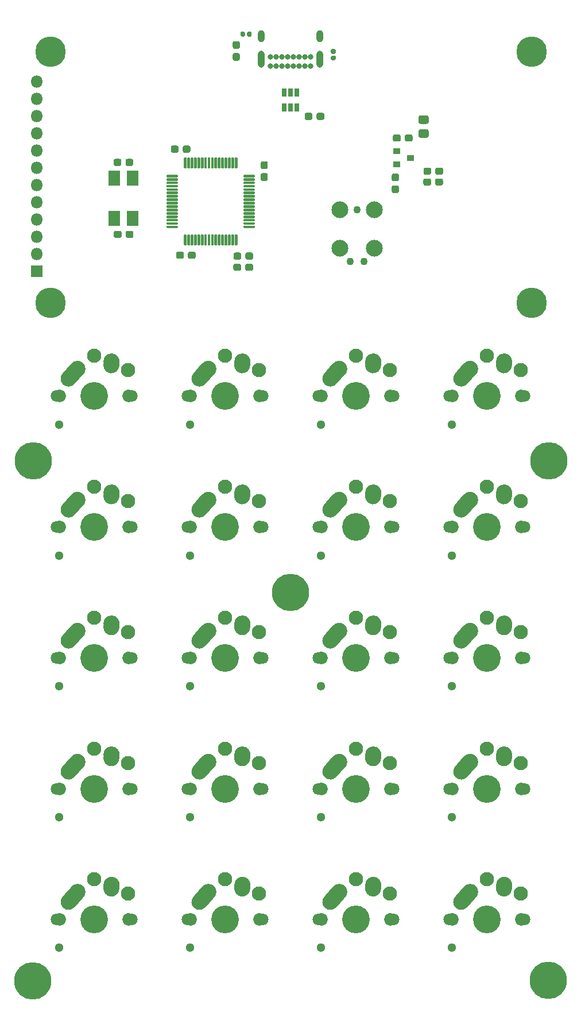
<source format=gbr>
%TF.GenerationSoftware,KiCad,Pcbnew,(5.1.6)-1*%
%TF.CreationDate,2020-12-15T22:49:58+02:00*%
%TF.ProjectId,macropad,6d616372-6f70-4616-942e-6b696361645f,rev?*%
%TF.SameCoordinates,Original*%
%TF.FileFunction,Soldermask,Top*%
%TF.FilePolarity,Negative*%
%FSLAX46Y46*%
G04 Gerber Fmt 4.6, Leading zero omitted, Abs format (unit mm)*
G04 Created by KiCad (PCBNEW (5.1.6)-1) date 2020-12-15 22:49:58*
%MOMM*%
%LPD*%
G01*
G04 APERTURE LIST*
%ADD10R,1.800000X1.800000*%
%ADD11O,1.800000X1.800000*%
%ADD12C,1.300000*%
%ADD13C,1.800000*%
%ADD14C,2.100000*%
%ADD15C,1.850000*%
%ADD16C,2.350000*%
%ADD17C,4.087800*%
%ADD18C,0.900000*%
%ADD19C,5.500000*%
%ADD20C,0.800000*%
%ADD21C,4.500000*%
%ADD22O,1.000000X2.500000*%
%ADD23O,1.000000X1.800000*%
%ADD24C,1.090600*%
%ADD25C,2.474900*%
%ADD26R,1.000000X0.900000*%
%ADD27R,0.750000X1.160000*%
%ADD28R,1.800000X2.200000*%
G04 APERTURE END LIST*
D10*
%TO.C,J3*%
X81900000Y-74050000D03*
D11*
X81900000Y-71510000D03*
X81900000Y-68970000D03*
X81900000Y-66430000D03*
X81900000Y-63890000D03*
X81900000Y-61350000D03*
X81900000Y-58810000D03*
X81900000Y-56270000D03*
X81900000Y-53730000D03*
X81900000Y-51190000D03*
X81900000Y-48650000D03*
X81900000Y-46110000D03*
%TD*%
D12*
%TO.C,SW2*%
X104480000Y-96600000D03*
D13*
X115200000Y-92400000D03*
X104200000Y-92400000D03*
D14*
X109700000Y-86500000D03*
X114700000Y-88600000D03*
D15*
X114780000Y-92400000D03*
X104620000Y-92400000D03*
D16*
X107200000Y-88400000D03*
D17*
X109700000Y-92400000D03*
G36*
G01*
X105105296Y-90734566D02*
X105105297Y-90734566D01*
G75*
G02*
X105015434Y-89075297I784703J874566D01*
G01*
X106325424Y-87615289D01*
G75*
G02*
X107984693Y-87525426I874566J-784703D01*
G01*
X107984693Y-87525426D01*
G75*
G02*
X108074556Y-89184695I-784703J-874566D01*
G01*
X106764566Y-90644703D01*
G75*
G02*
X105105297Y-90734566I-874566J784703D01*
G01*
G37*
D16*
X112240000Y-87320000D03*
G36*
G01*
X112120082Y-89072279D02*
X112120082Y-89072279D01*
G75*
G02*
X111027721Y-87820082I79918J1172279D01*
G01*
X111067263Y-87240050D01*
G75*
G02*
X112319460Y-86147689I1172279J-79918D01*
G01*
X112319460Y-86147689D01*
G75*
G02*
X113411821Y-87399886I-79918J-1172279D01*
G01*
X113372279Y-87979918D01*
G75*
G02*
X112120082Y-89072279I-1172279J79918D01*
G01*
G37*
%TD*%
D18*
%TO.C,H9*%
X158781891Y-177118109D03*
X157350000Y-176525000D03*
X155918109Y-177118109D03*
X155325000Y-178550000D03*
X155918109Y-179981891D03*
X157350000Y-180575000D03*
X158781891Y-179981891D03*
X159375000Y-178550000D03*
D19*
X157350000Y-178550000D03*
%TD*%
D20*
%TO.C,H4*%
X156066726Y-77533274D03*
X154900000Y-77050000D03*
X153733274Y-77533274D03*
X153250000Y-78700000D03*
X153733274Y-79866726D03*
X154900000Y-80350000D03*
X156066726Y-79866726D03*
X156550000Y-78700000D03*
D21*
X154900000Y-78700000D03*
%TD*%
D20*
%TO.C,H3*%
X85066726Y-77533274D03*
X83900000Y-77050000D03*
X82733274Y-77533274D03*
X82250000Y-78700000D03*
X82733274Y-79866726D03*
X83900000Y-80350000D03*
X85066726Y-79866726D03*
X85550000Y-78700000D03*
D21*
X83900000Y-78700000D03*
%TD*%
D20*
%TO.C,H2*%
X156066726Y-40533274D03*
X154900000Y-40050000D03*
X153733274Y-40533274D03*
X153250000Y-41700000D03*
X153733274Y-42866726D03*
X154900000Y-43350000D03*
X156066726Y-42866726D03*
X156550000Y-41700000D03*
D21*
X154900000Y-41700000D03*
%TD*%
D20*
%TO.C,H1*%
X85066726Y-40533274D03*
X83900000Y-40050000D03*
X82733274Y-40533274D03*
X82250000Y-41700000D03*
X82733274Y-42866726D03*
X83900000Y-43350000D03*
X85066726Y-42866726D03*
X85550000Y-41700000D03*
D21*
X83900000Y-41700000D03*
%TD*%
%TO.C,FB1*%
G36*
G01*
X139428262Y-54365000D02*
X138471738Y-54365000D01*
G75*
G02*
X138200000Y-54093262I0J271738D01*
G01*
X138200000Y-53386738D01*
G75*
G02*
X138471738Y-53115000I271738J0D01*
G01*
X139428262Y-53115000D01*
G75*
G02*
X139700000Y-53386738I0J-271738D01*
G01*
X139700000Y-54093262D01*
G75*
G02*
X139428262Y-54365000I-271738J0D01*
G01*
G37*
G36*
G01*
X139428262Y-52315000D02*
X138471738Y-52315000D01*
G75*
G02*
X138200000Y-52043262I0J271738D01*
G01*
X138200000Y-51336738D01*
G75*
G02*
X138471738Y-51065000I271738J0D01*
G01*
X139428262Y-51065000D01*
G75*
G02*
X139700000Y-51336738I0J-271738D01*
G01*
X139700000Y-52043262D01*
G75*
G02*
X139428262Y-52315000I-271738J0D01*
G01*
G37*
%TD*%
D19*
%TO.C,H5*%
X81400000Y-102000000D03*
D18*
X83425000Y-102000000D03*
X82831891Y-103431891D03*
X81400000Y-104025000D03*
X79968109Y-103431891D03*
X79375000Y-102000000D03*
X79968109Y-100568109D03*
X81400000Y-99975000D03*
X82831891Y-100568109D03*
%TD*%
D19*
%TO.C,H6*%
X157400000Y-102000000D03*
D18*
X159425000Y-102000000D03*
X158831891Y-103431891D03*
X157400000Y-104025000D03*
X155968109Y-103431891D03*
X155375000Y-102000000D03*
X155968109Y-100568109D03*
X157400000Y-99975000D03*
X158831891Y-100568109D03*
%TD*%
%TO.C,H7*%
X120781891Y-119943109D03*
X119350000Y-119350000D03*
X117918109Y-119943109D03*
X117325000Y-121375000D03*
X117918109Y-122806891D03*
X119350000Y-123400000D03*
X120781891Y-122806891D03*
X121375000Y-121375000D03*
D19*
X119350000Y-121375000D03*
%TD*%
D18*
%TO.C,H8*%
X82706891Y-177168109D03*
X81275000Y-176575000D03*
X79843109Y-177168109D03*
X79250000Y-178600000D03*
X79843109Y-180031891D03*
X81275000Y-180625000D03*
X82706891Y-180031891D03*
X83300000Y-178600000D03*
D19*
X81275000Y-178600000D03*
%TD*%
D20*
%TO.C,J1*%
X122300000Y-43800000D03*
X121450000Y-43800000D03*
X120600000Y-43800000D03*
X119750000Y-43800000D03*
X118900000Y-43800000D03*
X118050000Y-43800000D03*
X117200000Y-43800000D03*
X116350000Y-43800000D03*
X121450000Y-42450000D03*
X119750000Y-42450000D03*
X120600000Y-42450000D03*
X122300000Y-42450000D03*
X118050000Y-42450000D03*
X117200000Y-42450000D03*
X116350000Y-42450000D03*
X118900000Y-42450000D03*
D22*
X123650000Y-42820000D03*
X115000000Y-42820000D03*
D23*
X123650000Y-39440000D03*
X115000000Y-39440000D03*
%TD*%
D24*
%TO.C,J2*%
X128134000Y-72560000D03*
X130166000Y-72560000D03*
X129150000Y-64940000D03*
D25*
X126610000Y-64940000D03*
X131690000Y-64940000D03*
X131690000Y-70655000D03*
X126610000Y-70655000D03*
%TD*%
%TO.C,LED1*%
G36*
G01*
X141830000Y-59022500D02*
X141830000Y-59547500D01*
G75*
G02*
X141567500Y-59810000I-262500J0D01*
G01*
X140942500Y-59810000D01*
G75*
G02*
X140680000Y-59547500I0J262500D01*
G01*
X140680000Y-59022500D01*
G75*
G02*
X140942500Y-58760000I262500J0D01*
G01*
X141567500Y-58760000D01*
G75*
G02*
X141830000Y-59022500I0J-262500D01*
G01*
G37*
G36*
G01*
X140080000Y-59022500D02*
X140080000Y-59547500D01*
G75*
G02*
X139817500Y-59810000I-262500J0D01*
G01*
X139192500Y-59810000D01*
G75*
G02*
X138930000Y-59547500I0J262500D01*
G01*
X138930000Y-59022500D01*
G75*
G02*
X139192500Y-58760000I262500J0D01*
G01*
X139817500Y-58760000D01*
G75*
G02*
X140080000Y-59022500I0J-262500D01*
G01*
G37*
%TD*%
%TO.C,SW1*%
G36*
G01*
X92820082Y-89072279D02*
X92820082Y-89072279D01*
G75*
G02*
X91727721Y-87820082I79918J1172279D01*
G01*
X91767263Y-87240050D01*
G75*
G02*
X93019460Y-86147689I1172279J-79918D01*
G01*
X93019460Y-86147689D01*
G75*
G02*
X94111821Y-87399886I-79918J-1172279D01*
G01*
X94072279Y-87979918D01*
G75*
G02*
X92820082Y-89072279I-1172279J79918D01*
G01*
G37*
D16*
X92940000Y-87320000D03*
G36*
G01*
X85805296Y-90734566D02*
X85805297Y-90734566D01*
G75*
G02*
X85715434Y-89075297I784703J874566D01*
G01*
X87025424Y-87615289D01*
G75*
G02*
X88684693Y-87525426I874566J-784703D01*
G01*
X88684693Y-87525426D01*
G75*
G02*
X88774556Y-89184695I-784703J-874566D01*
G01*
X87464566Y-90644703D01*
G75*
G02*
X85805297Y-90734566I-874566J784703D01*
G01*
G37*
D17*
X90400000Y-92400000D03*
D16*
X87900000Y-88400000D03*
D15*
X85320000Y-92400000D03*
X95480000Y-92400000D03*
D14*
X95400000Y-88600000D03*
X90400000Y-86500000D03*
D13*
X84900000Y-92400000D03*
X95900000Y-92400000D03*
D12*
X85180000Y-96600000D03*
%TD*%
%TO.C,SW3*%
X123780000Y-96600000D03*
D13*
X134500000Y-92400000D03*
X123500000Y-92400000D03*
D14*
X129000000Y-86500000D03*
X134000000Y-88600000D03*
D15*
X134080000Y-92400000D03*
X123920000Y-92400000D03*
D16*
X126500000Y-88400000D03*
D17*
X129000000Y-92400000D03*
G36*
G01*
X124405296Y-90734566D02*
X124405297Y-90734566D01*
G75*
G02*
X124315434Y-89075297I784703J874566D01*
G01*
X125625424Y-87615289D01*
G75*
G02*
X127284693Y-87525426I874566J-784703D01*
G01*
X127284693Y-87525426D01*
G75*
G02*
X127374556Y-89184695I-784703J-874566D01*
G01*
X126064566Y-90644703D01*
G75*
G02*
X124405297Y-90734566I-874566J784703D01*
G01*
G37*
D16*
X131540000Y-87320000D03*
G36*
G01*
X131420082Y-89072279D02*
X131420082Y-89072279D01*
G75*
G02*
X130327721Y-87820082I79918J1172279D01*
G01*
X130367263Y-87240050D01*
G75*
G02*
X131619460Y-86147689I1172279J-79918D01*
G01*
X131619460Y-86147689D01*
G75*
G02*
X132711821Y-87399886I-79918J-1172279D01*
G01*
X132672279Y-87979918D01*
G75*
G02*
X131420082Y-89072279I-1172279J79918D01*
G01*
G37*
%TD*%
%TO.C,SW4*%
G36*
G01*
X150720082Y-89072279D02*
X150720082Y-89072279D01*
G75*
G02*
X149627721Y-87820082I79918J1172279D01*
G01*
X149667263Y-87240050D01*
G75*
G02*
X150919460Y-86147689I1172279J-79918D01*
G01*
X150919460Y-86147689D01*
G75*
G02*
X152011821Y-87399886I-79918J-1172279D01*
G01*
X151972279Y-87979918D01*
G75*
G02*
X150720082Y-89072279I-1172279J79918D01*
G01*
G37*
X150840000Y-87320000D03*
G36*
G01*
X143705296Y-90734566D02*
X143705297Y-90734566D01*
G75*
G02*
X143615434Y-89075297I784703J874566D01*
G01*
X144925424Y-87615289D01*
G75*
G02*
X146584693Y-87525426I874566J-784703D01*
G01*
X146584693Y-87525426D01*
G75*
G02*
X146674556Y-89184695I-784703J-874566D01*
G01*
X145364566Y-90644703D01*
G75*
G02*
X143705297Y-90734566I-874566J784703D01*
G01*
G37*
D17*
X148300000Y-92400000D03*
D16*
X145800000Y-88400000D03*
D15*
X143220000Y-92400000D03*
X153380000Y-92400000D03*
D14*
X153300000Y-88600000D03*
X148300000Y-86500000D03*
D13*
X142800000Y-92400000D03*
X153800000Y-92400000D03*
D12*
X143080000Y-96600000D03*
%TD*%
%TO.C,SW5*%
X85180000Y-115900000D03*
D13*
X95900000Y-111700000D03*
X84900000Y-111700000D03*
D14*
X90400000Y-105800000D03*
X95400000Y-107900000D03*
D15*
X95480000Y-111700000D03*
X85320000Y-111700000D03*
D16*
X87900000Y-107700000D03*
D17*
X90400000Y-111700000D03*
G36*
G01*
X85805296Y-110034566D02*
X85805297Y-110034566D01*
G75*
G02*
X85715434Y-108375297I784703J874566D01*
G01*
X87025424Y-106915289D01*
G75*
G02*
X88684693Y-106825426I874566J-784703D01*
G01*
X88684693Y-106825426D01*
G75*
G02*
X88774556Y-108484695I-784703J-874566D01*
G01*
X87464566Y-109944703D01*
G75*
G02*
X85805297Y-110034566I-874566J784703D01*
G01*
G37*
D16*
X92940000Y-106620000D03*
G36*
G01*
X92820082Y-108372279D02*
X92820082Y-108372279D01*
G75*
G02*
X91727721Y-107120082I79918J1172279D01*
G01*
X91767263Y-106540050D01*
G75*
G02*
X93019460Y-105447689I1172279J-79918D01*
G01*
X93019460Y-105447689D01*
G75*
G02*
X94111821Y-106699886I-79918J-1172279D01*
G01*
X94072279Y-107279918D01*
G75*
G02*
X92820082Y-108372279I-1172279J79918D01*
G01*
G37*
%TD*%
%TO.C,SW6*%
G36*
G01*
X112120082Y-108372279D02*
X112120082Y-108372279D01*
G75*
G02*
X111027721Y-107120082I79918J1172279D01*
G01*
X111067263Y-106540050D01*
G75*
G02*
X112319460Y-105447689I1172279J-79918D01*
G01*
X112319460Y-105447689D01*
G75*
G02*
X113411821Y-106699886I-79918J-1172279D01*
G01*
X113372279Y-107279918D01*
G75*
G02*
X112120082Y-108372279I-1172279J79918D01*
G01*
G37*
X112240000Y-106620000D03*
G36*
G01*
X105105296Y-110034566D02*
X105105297Y-110034566D01*
G75*
G02*
X105015434Y-108375297I784703J874566D01*
G01*
X106325424Y-106915289D01*
G75*
G02*
X107984693Y-106825426I874566J-784703D01*
G01*
X107984693Y-106825426D01*
G75*
G02*
X108074556Y-108484695I-784703J-874566D01*
G01*
X106764566Y-109944703D01*
G75*
G02*
X105105297Y-110034566I-874566J784703D01*
G01*
G37*
D17*
X109700000Y-111700000D03*
D16*
X107200000Y-107700000D03*
D15*
X104620000Y-111700000D03*
X114780000Y-111700000D03*
D14*
X114700000Y-107900000D03*
X109700000Y-105800000D03*
D13*
X104200000Y-111700000D03*
X115200000Y-111700000D03*
D12*
X104480000Y-115900000D03*
%TD*%
%TO.C,SW7*%
G36*
G01*
X131420082Y-108372279D02*
X131420082Y-108372279D01*
G75*
G02*
X130327721Y-107120082I79918J1172279D01*
G01*
X130367263Y-106540050D01*
G75*
G02*
X131619460Y-105447689I1172279J-79918D01*
G01*
X131619460Y-105447689D01*
G75*
G02*
X132711821Y-106699886I-79918J-1172279D01*
G01*
X132672279Y-107279918D01*
G75*
G02*
X131420082Y-108372279I-1172279J79918D01*
G01*
G37*
D16*
X131540000Y-106620000D03*
G36*
G01*
X124405296Y-110034566D02*
X124405297Y-110034566D01*
G75*
G02*
X124315434Y-108375297I784703J874566D01*
G01*
X125625424Y-106915289D01*
G75*
G02*
X127284693Y-106825426I874566J-784703D01*
G01*
X127284693Y-106825426D01*
G75*
G02*
X127374556Y-108484695I-784703J-874566D01*
G01*
X126064566Y-109944703D01*
G75*
G02*
X124405297Y-110034566I-874566J784703D01*
G01*
G37*
D17*
X129000000Y-111700000D03*
D16*
X126500000Y-107700000D03*
D15*
X123920000Y-111700000D03*
X134080000Y-111700000D03*
D14*
X134000000Y-107900000D03*
X129000000Y-105800000D03*
D13*
X123500000Y-111700000D03*
X134500000Y-111700000D03*
D12*
X123780000Y-115900000D03*
%TD*%
%TO.C,SW8*%
X143080000Y-115900000D03*
D13*
X153800000Y-111700000D03*
X142800000Y-111700000D03*
D14*
X148300000Y-105800000D03*
X153300000Y-107900000D03*
D15*
X153380000Y-111700000D03*
X143220000Y-111700000D03*
D16*
X145800000Y-107700000D03*
D17*
X148300000Y-111700000D03*
G36*
G01*
X143705296Y-110034566D02*
X143705297Y-110034566D01*
G75*
G02*
X143615434Y-108375297I784703J874566D01*
G01*
X144925424Y-106915289D01*
G75*
G02*
X146584693Y-106825426I874566J-784703D01*
G01*
X146584693Y-106825426D01*
G75*
G02*
X146674556Y-108484695I-784703J-874566D01*
G01*
X145364566Y-109944703D01*
G75*
G02*
X143705297Y-110034566I-874566J784703D01*
G01*
G37*
D16*
X150840000Y-106620000D03*
G36*
G01*
X150720082Y-108372279D02*
X150720082Y-108372279D01*
G75*
G02*
X149627721Y-107120082I79918J1172279D01*
G01*
X149667263Y-106540050D01*
G75*
G02*
X150919460Y-105447689I1172279J-79918D01*
G01*
X150919460Y-105447689D01*
G75*
G02*
X152011821Y-106699886I-79918J-1172279D01*
G01*
X151972279Y-107279918D01*
G75*
G02*
X150720082Y-108372279I-1172279J79918D01*
G01*
G37*
%TD*%
D12*
%TO.C,SW9*%
X85180000Y-135200000D03*
D13*
X95900000Y-131000000D03*
X84900000Y-131000000D03*
D14*
X90400000Y-125100000D03*
X95400000Y-127200000D03*
D15*
X95480000Y-131000000D03*
X85320000Y-131000000D03*
D16*
X87900000Y-127000000D03*
D17*
X90400000Y-131000000D03*
G36*
G01*
X85805296Y-129334566D02*
X85805297Y-129334566D01*
G75*
G02*
X85715434Y-127675297I784703J874566D01*
G01*
X87025424Y-126215289D01*
G75*
G02*
X88684693Y-126125426I874566J-784703D01*
G01*
X88684693Y-126125426D01*
G75*
G02*
X88774556Y-127784695I-784703J-874566D01*
G01*
X87464566Y-129244703D01*
G75*
G02*
X85805297Y-129334566I-874566J784703D01*
G01*
G37*
D16*
X92940000Y-125920000D03*
G36*
G01*
X92820082Y-127672279D02*
X92820082Y-127672279D01*
G75*
G02*
X91727721Y-126420082I79918J1172279D01*
G01*
X91767263Y-125840050D01*
G75*
G02*
X93019460Y-124747689I1172279J-79918D01*
G01*
X93019460Y-124747689D01*
G75*
G02*
X94111821Y-125999886I-79918J-1172279D01*
G01*
X94072279Y-126579918D01*
G75*
G02*
X92820082Y-127672279I-1172279J79918D01*
G01*
G37*
%TD*%
D12*
%TO.C,SW10*%
X104480000Y-135200000D03*
D13*
X115200000Y-131000000D03*
X104200000Y-131000000D03*
D14*
X109700000Y-125100000D03*
X114700000Y-127200000D03*
D15*
X114780000Y-131000000D03*
X104620000Y-131000000D03*
D16*
X107200000Y-127000000D03*
D17*
X109700000Y-131000000D03*
G36*
G01*
X105105296Y-129334566D02*
X105105297Y-129334566D01*
G75*
G02*
X105015434Y-127675297I784703J874566D01*
G01*
X106325424Y-126215289D01*
G75*
G02*
X107984693Y-126125426I874566J-784703D01*
G01*
X107984693Y-126125426D01*
G75*
G02*
X108074556Y-127784695I-784703J-874566D01*
G01*
X106764566Y-129244703D01*
G75*
G02*
X105105297Y-129334566I-874566J784703D01*
G01*
G37*
D16*
X112240000Y-125920000D03*
G36*
G01*
X112120082Y-127672279D02*
X112120082Y-127672279D01*
G75*
G02*
X111027721Y-126420082I79918J1172279D01*
G01*
X111067263Y-125840050D01*
G75*
G02*
X112319460Y-124747689I1172279J-79918D01*
G01*
X112319460Y-124747689D01*
G75*
G02*
X113411821Y-125999886I-79918J-1172279D01*
G01*
X113372279Y-126579918D01*
G75*
G02*
X112120082Y-127672279I-1172279J79918D01*
G01*
G37*
%TD*%
D12*
%TO.C,SW11*%
X123780000Y-135200000D03*
D13*
X134500000Y-131000000D03*
X123500000Y-131000000D03*
D14*
X129000000Y-125100000D03*
X134000000Y-127200000D03*
D15*
X134080000Y-131000000D03*
X123920000Y-131000000D03*
D16*
X126500000Y-127000000D03*
D17*
X129000000Y-131000000D03*
G36*
G01*
X124405296Y-129334566D02*
X124405297Y-129334566D01*
G75*
G02*
X124315434Y-127675297I784703J874566D01*
G01*
X125625424Y-126215289D01*
G75*
G02*
X127284693Y-126125426I874566J-784703D01*
G01*
X127284693Y-126125426D01*
G75*
G02*
X127374556Y-127784695I-784703J-874566D01*
G01*
X126064566Y-129244703D01*
G75*
G02*
X124405297Y-129334566I-874566J784703D01*
G01*
G37*
D16*
X131540000Y-125920000D03*
G36*
G01*
X131420082Y-127672279D02*
X131420082Y-127672279D01*
G75*
G02*
X130327721Y-126420082I79918J1172279D01*
G01*
X130367263Y-125840050D01*
G75*
G02*
X131619460Y-124747689I1172279J-79918D01*
G01*
X131619460Y-124747689D01*
G75*
G02*
X132711821Y-125999886I-79918J-1172279D01*
G01*
X132672279Y-126579918D01*
G75*
G02*
X131420082Y-127672279I-1172279J79918D01*
G01*
G37*
%TD*%
%TO.C,SW12*%
G36*
G01*
X150720082Y-127672279D02*
X150720082Y-127672279D01*
G75*
G02*
X149627721Y-126420082I79918J1172279D01*
G01*
X149667263Y-125840050D01*
G75*
G02*
X150919460Y-124747689I1172279J-79918D01*
G01*
X150919460Y-124747689D01*
G75*
G02*
X152011821Y-125999886I-79918J-1172279D01*
G01*
X151972279Y-126579918D01*
G75*
G02*
X150720082Y-127672279I-1172279J79918D01*
G01*
G37*
X150840000Y-125920000D03*
G36*
G01*
X143705296Y-129334566D02*
X143705297Y-129334566D01*
G75*
G02*
X143615434Y-127675297I784703J874566D01*
G01*
X144925424Y-126215289D01*
G75*
G02*
X146584693Y-126125426I874566J-784703D01*
G01*
X146584693Y-126125426D01*
G75*
G02*
X146674556Y-127784695I-784703J-874566D01*
G01*
X145364566Y-129244703D01*
G75*
G02*
X143705297Y-129334566I-874566J784703D01*
G01*
G37*
D17*
X148300000Y-131000000D03*
D16*
X145800000Y-127000000D03*
D15*
X143220000Y-131000000D03*
X153380000Y-131000000D03*
D14*
X153300000Y-127200000D03*
X148300000Y-125100000D03*
D13*
X142800000Y-131000000D03*
X153800000Y-131000000D03*
D12*
X143080000Y-135200000D03*
%TD*%
%TO.C,SW13*%
G36*
G01*
X92820082Y-146972279D02*
X92820082Y-146972279D01*
G75*
G02*
X91727721Y-145720082I79918J1172279D01*
G01*
X91767263Y-145140050D01*
G75*
G02*
X93019460Y-144047689I1172279J-79918D01*
G01*
X93019460Y-144047689D01*
G75*
G02*
X94111821Y-145299886I-79918J-1172279D01*
G01*
X94072279Y-145879918D01*
G75*
G02*
X92820082Y-146972279I-1172279J79918D01*
G01*
G37*
D16*
X92940000Y-145220000D03*
G36*
G01*
X85805296Y-148634566D02*
X85805297Y-148634566D01*
G75*
G02*
X85715434Y-146975297I784703J874566D01*
G01*
X87025424Y-145515289D01*
G75*
G02*
X88684693Y-145425426I874566J-784703D01*
G01*
X88684693Y-145425426D01*
G75*
G02*
X88774556Y-147084695I-784703J-874566D01*
G01*
X87464566Y-148544703D01*
G75*
G02*
X85805297Y-148634566I-874566J784703D01*
G01*
G37*
D17*
X90400000Y-150300000D03*
D16*
X87900000Y-146300000D03*
D15*
X85320000Y-150300000D03*
X95480000Y-150300000D03*
D14*
X95400000Y-146500000D03*
X90400000Y-144400000D03*
D13*
X84900000Y-150300000D03*
X95900000Y-150300000D03*
D12*
X85180000Y-154500000D03*
%TD*%
%TO.C,SW14*%
G36*
G01*
X112120082Y-146972279D02*
X112120082Y-146972279D01*
G75*
G02*
X111027721Y-145720082I79918J1172279D01*
G01*
X111067263Y-145140050D01*
G75*
G02*
X112319460Y-144047689I1172279J-79918D01*
G01*
X112319460Y-144047689D01*
G75*
G02*
X113411821Y-145299886I-79918J-1172279D01*
G01*
X113372279Y-145879918D01*
G75*
G02*
X112120082Y-146972279I-1172279J79918D01*
G01*
G37*
D16*
X112240000Y-145220000D03*
G36*
G01*
X105105296Y-148634566D02*
X105105297Y-148634566D01*
G75*
G02*
X105015434Y-146975297I784703J874566D01*
G01*
X106325424Y-145515289D01*
G75*
G02*
X107984693Y-145425426I874566J-784703D01*
G01*
X107984693Y-145425426D01*
G75*
G02*
X108074556Y-147084695I-784703J-874566D01*
G01*
X106764566Y-148544703D01*
G75*
G02*
X105105297Y-148634566I-874566J784703D01*
G01*
G37*
D17*
X109700000Y-150300000D03*
D16*
X107200000Y-146300000D03*
D15*
X104620000Y-150300000D03*
X114780000Y-150300000D03*
D14*
X114700000Y-146500000D03*
X109700000Y-144400000D03*
D13*
X104200000Y-150300000D03*
X115200000Y-150300000D03*
D12*
X104480000Y-154500000D03*
%TD*%
%TO.C,SW15*%
G36*
G01*
X131420082Y-146972279D02*
X131420082Y-146972279D01*
G75*
G02*
X130327721Y-145720082I79918J1172279D01*
G01*
X130367263Y-145140050D01*
G75*
G02*
X131619460Y-144047689I1172279J-79918D01*
G01*
X131619460Y-144047689D01*
G75*
G02*
X132711821Y-145299886I-79918J-1172279D01*
G01*
X132672279Y-145879918D01*
G75*
G02*
X131420082Y-146972279I-1172279J79918D01*
G01*
G37*
D16*
X131540000Y-145220000D03*
G36*
G01*
X124405296Y-148634566D02*
X124405297Y-148634566D01*
G75*
G02*
X124315434Y-146975297I784703J874566D01*
G01*
X125625424Y-145515289D01*
G75*
G02*
X127284693Y-145425426I874566J-784703D01*
G01*
X127284693Y-145425426D01*
G75*
G02*
X127374556Y-147084695I-784703J-874566D01*
G01*
X126064566Y-148544703D01*
G75*
G02*
X124405297Y-148634566I-874566J784703D01*
G01*
G37*
D17*
X129000000Y-150300000D03*
D16*
X126500000Y-146300000D03*
D15*
X123920000Y-150300000D03*
X134080000Y-150300000D03*
D14*
X134000000Y-146500000D03*
X129000000Y-144400000D03*
D13*
X123500000Y-150300000D03*
X134500000Y-150300000D03*
D12*
X123780000Y-154500000D03*
%TD*%
%TO.C,SW16*%
G36*
G01*
X150720082Y-146972279D02*
X150720082Y-146972279D01*
G75*
G02*
X149627721Y-145720082I79918J1172279D01*
G01*
X149667263Y-145140050D01*
G75*
G02*
X150919460Y-144047689I1172279J-79918D01*
G01*
X150919460Y-144047689D01*
G75*
G02*
X152011821Y-145299886I-79918J-1172279D01*
G01*
X151972279Y-145879918D01*
G75*
G02*
X150720082Y-146972279I-1172279J79918D01*
G01*
G37*
D16*
X150840000Y-145220000D03*
G36*
G01*
X143705296Y-148634566D02*
X143705297Y-148634566D01*
G75*
G02*
X143615434Y-146975297I784703J874566D01*
G01*
X144925424Y-145515289D01*
G75*
G02*
X146584693Y-145425426I874566J-784703D01*
G01*
X146584693Y-145425426D01*
G75*
G02*
X146674556Y-147084695I-784703J-874566D01*
G01*
X145364566Y-148544703D01*
G75*
G02*
X143705297Y-148634566I-874566J784703D01*
G01*
G37*
D17*
X148300000Y-150300000D03*
D16*
X145800000Y-146300000D03*
D15*
X143220000Y-150300000D03*
X153380000Y-150300000D03*
D14*
X153300000Y-146500000D03*
X148300000Y-144400000D03*
D13*
X142800000Y-150300000D03*
X153800000Y-150300000D03*
D12*
X143080000Y-154500000D03*
%TD*%
%TO.C,SW17*%
X85180000Y-173700000D03*
D13*
X95900000Y-169500000D03*
X84900000Y-169500000D03*
D14*
X90400000Y-163600000D03*
X95400000Y-165700000D03*
D15*
X95480000Y-169500000D03*
X85320000Y-169500000D03*
D16*
X87900000Y-165500000D03*
D17*
X90400000Y-169500000D03*
G36*
G01*
X85805296Y-167834566D02*
X85805297Y-167834566D01*
G75*
G02*
X85715434Y-166175297I784703J874566D01*
G01*
X87025424Y-164715289D01*
G75*
G02*
X88684693Y-164625426I874566J-784703D01*
G01*
X88684693Y-164625426D01*
G75*
G02*
X88774556Y-166284695I-784703J-874566D01*
G01*
X87464566Y-167744703D01*
G75*
G02*
X85805297Y-167834566I-874566J784703D01*
G01*
G37*
D16*
X92940000Y-164420000D03*
G36*
G01*
X92820082Y-166172279D02*
X92820082Y-166172279D01*
G75*
G02*
X91727721Y-164920082I79918J1172279D01*
G01*
X91767263Y-164340050D01*
G75*
G02*
X93019460Y-163247689I1172279J-79918D01*
G01*
X93019460Y-163247689D01*
G75*
G02*
X94111821Y-164499886I-79918J-1172279D01*
G01*
X94072279Y-165079918D01*
G75*
G02*
X92820082Y-166172279I-1172279J79918D01*
G01*
G37*
%TD*%
D12*
%TO.C,SW18*%
X104480000Y-173700000D03*
D13*
X115200000Y-169500000D03*
X104200000Y-169500000D03*
D14*
X109700000Y-163600000D03*
X114700000Y-165700000D03*
D15*
X114780000Y-169500000D03*
X104620000Y-169500000D03*
D16*
X107200000Y-165500000D03*
D17*
X109700000Y-169500000D03*
G36*
G01*
X105105296Y-167834566D02*
X105105297Y-167834566D01*
G75*
G02*
X105015434Y-166175297I784703J874566D01*
G01*
X106325424Y-164715289D01*
G75*
G02*
X107984693Y-164625426I874566J-784703D01*
G01*
X107984693Y-164625426D01*
G75*
G02*
X108074556Y-166284695I-784703J-874566D01*
G01*
X106764566Y-167744703D01*
G75*
G02*
X105105297Y-167834566I-874566J784703D01*
G01*
G37*
D16*
X112240000Y-164420000D03*
G36*
G01*
X112120082Y-166172279D02*
X112120082Y-166172279D01*
G75*
G02*
X111027721Y-164920082I79918J1172279D01*
G01*
X111067263Y-164340050D01*
G75*
G02*
X112319460Y-163247689I1172279J-79918D01*
G01*
X112319460Y-163247689D01*
G75*
G02*
X113411821Y-164499886I-79918J-1172279D01*
G01*
X113372279Y-165079918D01*
G75*
G02*
X112120082Y-166172279I-1172279J79918D01*
G01*
G37*
%TD*%
D12*
%TO.C,SW19*%
X123780000Y-173700000D03*
D13*
X134500000Y-169500000D03*
X123500000Y-169500000D03*
D14*
X129000000Y-163600000D03*
X134000000Y-165700000D03*
D15*
X134080000Y-169500000D03*
X123920000Y-169500000D03*
D16*
X126500000Y-165500000D03*
D17*
X129000000Y-169500000D03*
G36*
G01*
X124405296Y-167834566D02*
X124405297Y-167834566D01*
G75*
G02*
X124315434Y-166175297I784703J874566D01*
G01*
X125625424Y-164715289D01*
G75*
G02*
X127284693Y-164625426I874566J-784703D01*
G01*
X127284693Y-164625426D01*
G75*
G02*
X127374556Y-166284695I-784703J-874566D01*
G01*
X126064566Y-167744703D01*
G75*
G02*
X124405297Y-167834566I-874566J784703D01*
G01*
G37*
D16*
X131540000Y-164420000D03*
G36*
G01*
X131420082Y-166172279D02*
X131420082Y-166172279D01*
G75*
G02*
X130327721Y-164920082I79918J1172279D01*
G01*
X130367263Y-164340050D01*
G75*
G02*
X131619460Y-163247689I1172279J-79918D01*
G01*
X131619460Y-163247689D01*
G75*
G02*
X132711821Y-164499886I-79918J-1172279D01*
G01*
X132672279Y-165079918D01*
G75*
G02*
X131420082Y-166172279I-1172279J79918D01*
G01*
G37*
%TD*%
%TO.C,SW20*%
G36*
G01*
X150720082Y-166172279D02*
X150720082Y-166172279D01*
G75*
G02*
X149627721Y-164920082I79918J1172279D01*
G01*
X149667263Y-164340050D01*
G75*
G02*
X150919460Y-163247689I1172279J-79918D01*
G01*
X150919460Y-163247689D01*
G75*
G02*
X152011821Y-164499886I-79918J-1172279D01*
G01*
X151972279Y-165079918D01*
G75*
G02*
X150720082Y-166172279I-1172279J79918D01*
G01*
G37*
X150840000Y-164420000D03*
G36*
G01*
X143705296Y-167834566D02*
X143705297Y-167834566D01*
G75*
G02*
X143615434Y-166175297I784703J874566D01*
G01*
X144925424Y-164715289D01*
G75*
G02*
X146584693Y-164625426I874566J-784703D01*
G01*
X146584693Y-164625426D01*
G75*
G02*
X146674556Y-166284695I-784703J-874566D01*
G01*
X145364566Y-167744703D01*
G75*
G02*
X143705297Y-167834566I-874566J784703D01*
G01*
G37*
D17*
X148300000Y-169500000D03*
D16*
X145800000Y-165500000D03*
D15*
X143220000Y-169500000D03*
X153380000Y-169500000D03*
D14*
X153300000Y-165700000D03*
X148300000Y-163600000D03*
D13*
X142800000Y-169500000D03*
X153800000Y-169500000D03*
D12*
X143080000Y-173700000D03*
%TD*%
D26*
%TO.C,U1*%
X134980000Y-56360000D03*
X134980000Y-58260000D03*
X136980000Y-57310000D03*
%TD*%
D27*
%TO.C,U2*%
X120280000Y-47680000D03*
X119330000Y-47680000D03*
X118380000Y-47680000D03*
X118380000Y-49880000D03*
X120280000Y-49880000D03*
X119330000Y-49880000D03*
%TD*%
%TO.C,U3*%
G36*
G01*
X101050000Y-60100000D02*
X101050000Y-59900000D01*
G75*
G02*
X101150000Y-59800000I100000J0D01*
G01*
X102600000Y-59800000D01*
G75*
G02*
X102700000Y-59900000I0J-100000D01*
G01*
X102700000Y-60100000D01*
G75*
G02*
X102600000Y-60200000I-100000J0D01*
G01*
X101150000Y-60200000D01*
G75*
G02*
X101050000Y-60100000I0J100000D01*
G01*
G37*
G36*
G01*
X101050000Y-60600000D02*
X101050000Y-60400000D01*
G75*
G02*
X101150000Y-60300000I100000J0D01*
G01*
X102600000Y-60300000D01*
G75*
G02*
X102700000Y-60400000I0J-100000D01*
G01*
X102700000Y-60600000D01*
G75*
G02*
X102600000Y-60700000I-100000J0D01*
G01*
X101150000Y-60700000D01*
G75*
G02*
X101050000Y-60600000I0J100000D01*
G01*
G37*
G36*
G01*
X101050000Y-61100000D02*
X101050000Y-60900000D01*
G75*
G02*
X101150000Y-60800000I100000J0D01*
G01*
X102600000Y-60800000D01*
G75*
G02*
X102700000Y-60900000I0J-100000D01*
G01*
X102700000Y-61100000D01*
G75*
G02*
X102600000Y-61200000I-100000J0D01*
G01*
X101150000Y-61200000D01*
G75*
G02*
X101050000Y-61100000I0J100000D01*
G01*
G37*
G36*
G01*
X101050000Y-61600000D02*
X101050000Y-61400000D01*
G75*
G02*
X101150000Y-61300000I100000J0D01*
G01*
X102600000Y-61300000D01*
G75*
G02*
X102700000Y-61400000I0J-100000D01*
G01*
X102700000Y-61600000D01*
G75*
G02*
X102600000Y-61700000I-100000J0D01*
G01*
X101150000Y-61700000D01*
G75*
G02*
X101050000Y-61600000I0J100000D01*
G01*
G37*
G36*
G01*
X101050000Y-62100000D02*
X101050000Y-61900000D01*
G75*
G02*
X101150000Y-61800000I100000J0D01*
G01*
X102600000Y-61800000D01*
G75*
G02*
X102700000Y-61900000I0J-100000D01*
G01*
X102700000Y-62100000D01*
G75*
G02*
X102600000Y-62200000I-100000J0D01*
G01*
X101150000Y-62200000D01*
G75*
G02*
X101050000Y-62100000I0J100000D01*
G01*
G37*
G36*
G01*
X101050000Y-62600000D02*
X101050000Y-62400000D01*
G75*
G02*
X101150000Y-62300000I100000J0D01*
G01*
X102600000Y-62300000D01*
G75*
G02*
X102700000Y-62400000I0J-100000D01*
G01*
X102700000Y-62600000D01*
G75*
G02*
X102600000Y-62700000I-100000J0D01*
G01*
X101150000Y-62700000D01*
G75*
G02*
X101050000Y-62600000I0J100000D01*
G01*
G37*
G36*
G01*
X101050000Y-63100000D02*
X101050000Y-62900000D01*
G75*
G02*
X101150000Y-62800000I100000J0D01*
G01*
X102600000Y-62800000D01*
G75*
G02*
X102700000Y-62900000I0J-100000D01*
G01*
X102700000Y-63100000D01*
G75*
G02*
X102600000Y-63200000I-100000J0D01*
G01*
X101150000Y-63200000D01*
G75*
G02*
X101050000Y-63100000I0J100000D01*
G01*
G37*
G36*
G01*
X101050000Y-63600000D02*
X101050000Y-63400000D01*
G75*
G02*
X101150000Y-63300000I100000J0D01*
G01*
X102600000Y-63300000D01*
G75*
G02*
X102700000Y-63400000I0J-100000D01*
G01*
X102700000Y-63600000D01*
G75*
G02*
X102600000Y-63700000I-100000J0D01*
G01*
X101150000Y-63700000D01*
G75*
G02*
X101050000Y-63600000I0J100000D01*
G01*
G37*
G36*
G01*
X101050000Y-64100000D02*
X101050000Y-63900000D01*
G75*
G02*
X101150000Y-63800000I100000J0D01*
G01*
X102600000Y-63800000D01*
G75*
G02*
X102700000Y-63900000I0J-100000D01*
G01*
X102700000Y-64100000D01*
G75*
G02*
X102600000Y-64200000I-100000J0D01*
G01*
X101150000Y-64200000D01*
G75*
G02*
X101050000Y-64100000I0J100000D01*
G01*
G37*
G36*
G01*
X101050000Y-64600000D02*
X101050000Y-64400000D01*
G75*
G02*
X101150000Y-64300000I100000J0D01*
G01*
X102600000Y-64300000D01*
G75*
G02*
X102700000Y-64400000I0J-100000D01*
G01*
X102700000Y-64600000D01*
G75*
G02*
X102600000Y-64700000I-100000J0D01*
G01*
X101150000Y-64700000D01*
G75*
G02*
X101050000Y-64600000I0J100000D01*
G01*
G37*
G36*
G01*
X101050000Y-65100000D02*
X101050000Y-64900000D01*
G75*
G02*
X101150000Y-64800000I100000J0D01*
G01*
X102600000Y-64800000D01*
G75*
G02*
X102700000Y-64900000I0J-100000D01*
G01*
X102700000Y-65100000D01*
G75*
G02*
X102600000Y-65200000I-100000J0D01*
G01*
X101150000Y-65200000D01*
G75*
G02*
X101050000Y-65100000I0J100000D01*
G01*
G37*
G36*
G01*
X101050000Y-65600000D02*
X101050000Y-65400000D01*
G75*
G02*
X101150000Y-65300000I100000J0D01*
G01*
X102600000Y-65300000D01*
G75*
G02*
X102700000Y-65400000I0J-100000D01*
G01*
X102700000Y-65600000D01*
G75*
G02*
X102600000Y-65700000I-100000J0D01*
G01*
X101150000Y-65700000D01*
G75*
G02*
X101050000Y-65600000I0J100000D01*
G01*
G37*
G36*
G01*
X101050000Y-66100000D02*
X101050000Y-65900000D01*
G75*
G02*
X101150000Y-65800000I100000J0D01*
G01*
X102600000Y-65800000D01*
G75*
G02*
X102700000Y-65900000I0J-100000D01*
G01*
X102700000Y-66100000D01*
G75*
G02*
X102600000Y-66200000I-100000J0D01*
G01*
X101150000Y-66200000D01*
G75*
G02*
X101050000Y-66100000I0J100000D01*
G01*
G37*
G36*
G01*
X101050000Y-66600000D02*
X101050000Y-66400000D01*
G75*
G02*
X101150000Y-66300000I100000J0D01*
G01*
X102600000Y-66300000D01*
G75*
G02*
X102700000Y-66400000I0J-100000D01*
G01*
X102700000Y-66600000D01*
G75*
G02*
X102600000Y-66700000I-100000J0D01*
G01*
X101150000Y-66700000D01*
G75*
G02*
X101050000Y-66600000I0J100000D01*
G01*
G37*
G36*
G01*
X101050000Y-67100000D02*
X101050000Y-66900000D01*
G75*
G02*
X101150000Y-66800000I100000J0D01*
G01*
X102600000Y-66800000D01*
G75*
G02*
X102700000Y-66900000I0J-100000D01*
G01*
X102700000Y-67100000D01*
G75*
G02*
X102600000Y-67200000I-100000J0D01*
G01*
X101150000Y-67200000D01*
G75*
G02*
X101050000Y-67100000I0J100000D01*
G01*
G37*
G36*
G01*
X101050000Y-67600000D02*
X101050000Y-67400000D01*
G75*
G02*
X101150000Y-67300000I100000J0D01*
G01*
X102600000Y-67300000D01*
G75*
G02*
X102700000Y-67400000I0J-100000D01*
G01*
X102700000Y-67600000D01*
G75*
G02*
X102600000Y-67700000I-100000J0D01*
G01*
X101150000Y-67700000D01*
G75*
G02*
X101050000Y-67600000I0J100000D01*
G01*
G37*
G36*
G01*
X103600000Y-70150000D02*
X103600000Y-68700000D01*
G75*
G02*
X103700000Y-68600000I100000J0D01*
G01*
X103900000Y-68600000D01*
G75*
G02*
X104000000Y-68700000I0J-100000D01*
G01*
X104000000Y-70150000D01*
G75*
G02*
X103900000Y-70250000I-100000J0D01*
G01*
X103700000Y-70250000D01*
G75*
G02*
X103600000Y-70150000I0J100000D01*
G01*
G37*
G36*
G01*
X104100000Y-70150000D02*
X104100000Y-68700000D01*
G75*
G02*
X104200000Y-68600000I100000J0D01*
G01*
X104400000Y-68600000D01*
G75*
G02*
X104500000Y-68700000I0J-100000D01*
G01*
X104500000Y-70150000D01*
G75*
G02*
X104400000Y-70250000I-100000J0D01*
G01*
X104200000Y-70250000D01*
G75*
G02*
X104100000Y-70150000I0J100000D01*
G01*
G37*
G36*
G01*
X104600000Y-70150000D02*
X104600000Y-68700000D01*
G75*
G02*
X104700000Y-68600000I100000J0D01*
G01*
X104900000Y-68600000D01*
G75*
G02*
X105000000Y-68700000I0J-100000D01*
G01*
X105000000Y-70150000D01*
G75*
G02*
X104900000Y-70250000I-100000J0D01*
G01*
X104700000Y-70250000D01*
G75*
G02*
X104600000Y-70150000I0J100000D01*
G01*
G37*
G36*
G01*
X105100000Y-70150000D02*
X105100000Y-68700000D01*
G75*
G02*
X105200000Y-68600000I100000J0D01*
G01*
X105400000Y-68600000D01*
G75*
G02*
X105500000Y-68700000I0J-100000D01*
G01*
X105500000Y-70150000D01*
G75*
G02*
X105400000Y-70250000I-100000J0D01*
G01*
X105200000Y-70250000D01*
G75*
G02*
X105100000Y-70150000I0J100000D01*
G01*
G37*
G36*
G01*
X105600000Y-70150000D02*
X105600000Y-68700000D01*
G75*
G02*
X105700000Y-68600000I100000J0D01*
G01*
X105900000Y-68600000D01*
G75*
G02*
X106000000Y-68700000I0J-100000D01*
G01*
X106000000Y-70150000D01*
G75*
G02*
X105900000Y-70250000I-100000J0D01*
G01*
X105700000Y-70250000D01*
G75*
G02*
X105600000Y-70150000I0J100000D01*
G01*
G37*
G36*
G01*
X106100000Y-70150000D02*
X106100000Y-68700000D01*
G75*
G02*
X106200000Y-68600000I100000J0D01*
G01*
X106400000Y-68600000D01*
G75*
G02*
X106500000Y-68700000I0J-100000D01*
G01*
X106500000Y-70150000D01*
G75*
G02*
X106400000Y-70250000I-100000J0D01*
G01*
X106200000Y-70250000D01*
G75*
G02*
X106100000Y-70150000I0J100000D01*
G01*
G37*
G36*
G01*
X106600000Y-70150000D02*
X106600000Y-68700000D01*
G75*
G02*
X106700000Y-68600000I100000J0D01*
G01*
X106900000Y-68600000D01*
G75*
G02*
X107000000Y-68700000I0J-100000D01*
G01*
X107000000Y-70150000D01*
G75*
G02*
X106900000Y-70250000I-100000J0D01*
G01*
X106700000Y-70250000D01*
G75*
G02*
X106600000Y-70150000I0J100000D01*
G01*
G37*
G36*
G01*
X107100000Y-70150000D02*
X107100000Y-68700000D01*
G75*
G02*
X107200000Y-68600000I100000J0D01*
G01*
X107400000Y-68600000D01*
G75*
G02*
X107500000Y-68700000I0J-100000D01*
G01*
X107500000Y-70150000D01*
G75*
G02*
X107400000Y-70250000I-100000J0D01*
G01*
X107200000Y-70250000D01*
G75*
G02*
X107100000Y-70150000I0J100000D01*
G01*
G37*
G36*
G01*
X107600000Y-70150000D02*
X107600000Y-68700000D01*
G75*
G02*
X107700000Y-68600000I100000J0D01*
G01*
X107900000Y-68600000D01*
G75*
G02*
X108000000Y-68700000I0J-100000D01*
G01*
X108000000Y-70150000D01*
G75*
G02*
X107900000Y-70250000I-100000J0D01*
G01*
X107700000Y-70250000D01*
G75*
G02*
X107600000Y-70150000I0J100000D01*
G01*
G37*
G36*
G01*
X108100000Y-70150000D02*
X108100000Y-68700000D01*
G75*
G02*
X108200000Y-68600000I100000J0D01*
G01*
X108400000Y-68600000D01*
G75*
G02*
X108500000Y-68700000I0J-100000D01*
G01*
X108500000Y-70150000D01*
G75*
G02*
X108400000Y-70250000I-100000J0D01*
G01*
X108200000Y-70250000D01*
G75*
G02*
X108100000Y-70150000I0J100000D01*
G01*
G37*
G36*
G01*
X108600000Y-70150000D02*
X108600000Y-68700000D01*
G75*
G02*
X108700000Y-68600000I100000J0D01*
G01*
X108900000Y-68600000D01*
G75*
G02*
X109000000Y-68700000I0J-100000D01*
G01*
X109000000Y-70150000D01*
G75*
G02*
X108900000Y-70250000I-100000J0D01*
G01*
X108700000Y-70250000D01*
G75*
G02*
X108600000Y-70150000I0J100000D01*
G01*
G37*
G36*
G01*
X109100000Y-70150000D02*
X109100000Y-68700000D01*
G75*
G02*
X109200000Y-68600000I100000J0D01*
G01*
X109400000Y-68600000D01*
G75*
G02*
X109500000Y-68700000I0J-100000D01*
G01*
X109500000Y-70150000D01*
G75*
G02*
X109400000Y-70250000I-100000J0D01*
G01*
X109200000Y-70250000D01*
G75*
G02*
X109100000Y-70150000I0J100000D01*
G01*
G37*
G36*
G01*
X109600000Y-70150000D02*
X109600000Y-68700000D01*
G75*
G02*
X109700000Y-68600000I100000J0D01*
G01*
X109900000Y-68600000D01*
G75*
G02*
X110000000Y-68700000I0J-100000D01*
G01*
X110000000Y-70150000D01*
G75*
G02*
X109900000Y-70250000I-100000J0D01*
G01*
X109700000Y-70250000D01*
G75*
G02*
X109600000Y-70150000I0J100000D01*
G01*
G37*
G36*
G01*
X110100000Y-70150000D02*
X110100000Y-68700000D01*
G75*
G02*
X110200000Y-68600000I100000J0D01*
G01*
X110400000Y-68600000D01*
G75*
G02*
X110500000Y-68700000I0J-100000D01*
G01*
X110500000Y-70150000D01*
G75*
G02*
X110400000Y-70250000I-100000J0D01*
G01*
X110200000Y-70250000D01*
G75*
G02*
X110100000Y-70150000I0J100000D01*
G01*
G37*
G36*
G01*
X110600000Y-70150000D02*
X110600000Y-68700000D01*
G75*
G02*
X110700000Y-68600000I100000J0D01*
G01*
X110900000Y-68600000D01*
G75*
G02*
X111000000Y-68700000I0J-100000D01*
G01*
X111000000Y-70150000D01*
G75*
G02*
X110900000Y-70250000I-100000J0D01*
G01*
X110700000Y-70250000D01*
G75*
G02*
X110600000Y-70150000I0J100000D01*
G01*
G37*
G36*
G01*
X111100000Y-70150000D02*
X111100000Y-68700000D01*
G75*
G02*
X111200000Y-68600000I100000J0D01*
G01*
X111400000Y-68600000D01*
G75*
G02*
X111500000Y-68700000I0J-100000D01*
G01*
X111500000Y-70150000D01*
G75*
G02*
X111400000Y-70250000I-100000J0D01*
G01*
X111200000Y-70250000D01*
G75*
G02*
X111100000Y-70150000I0J100000D01*
G01*
G37*
G36*
G01*
X112400000Y-67600000D02*
X112400000Y-67400000D01*
G75*
G02*
X112500000Y-67300000I100000J0D01*
G01*
X113950000Y-67300000D01*
G75*
G02*
X114050000Y-67400000I0J-100000D01*
G01*
X114050000Y-67600000D01*
G75*
G02*
X113950000Y-67700000I-100000J0D01*
G01*
X112500000Y-67700000D01*
G75*
G02*
X112400000Y-67600000I0J100000D01*
G01*
G37*
G36*
G01*
X112400000Y-67100000D02*
X112400000Y-66900000D01*
G75*
G02*
X112500000Y-66800000I100000J0D01*
G01*
X113950000Y-66800000D01*
G75*
G02*
X114050000Y-66900000I0J-100000D01*
G01*
X114050000Y-67100000D01*
G75*
G02*
X113950000Y-67200000I-100000J0D01*
G01*
X112500000Y-67200000D01*
G75*
G02*
X112400000Y-67100000I0J100000D01*
G01*
G37*
G36*
G01*
X112400000Y-66600000D02*
X112400000Y-66400000D01*
G75*
G02*
X112500000Y-66300000I100000J0D01*
G01*
X113950000Y-66300000D01*
G75*
G02*
X114050000Y-66400000I0J-100000D01*
G01*
X114050000Y-66600000D01*
G75*
G02*
X113950000Y-66700000I-100000J0D01*
G01*
X112500000Y-66700000D01*
G75*
G02*
X112400000Y-66600000I0J100000D01*
G01*
G37*
G36*
G01*
X112400000Y-66100000D02*
X112400000Y-65900000D01*
G75*
G02*
X112500000Y-65800000I100000J0D01*
G01*
X113950000Y-65800000D01*
G75*
G02*
X114050000Y-65900000I0J-100000D01*
G01*
X114050000Y-66100000D01*
G75*
G02*
X113950000Y-66200000I-100000J0D01*
G01*
X112500000Y-66200000D01*
G75*
G02*
X112400000Y-66100000I0J100000D01*
G01*
G37*
G36*
G01*
X112400000Y-65600000D02*
X112400000Y-65400000D01*
G75*
G02*
X112500000Y-65300000I100000J0D01*
G01*
X113950000Y-65300000D01*
G75*
G02*
X114050000Y-65400000I0J-100000D01*
G01*
X114050000Y-65600000D01*
G75*
G02*
X113950000Y-65700000I-100000J0D01*
G01*
X112500000Y-65700000D01*
G75*
G02*
X112400000Y-65600000I0J100000D01*
G01*
G37*
G36*
G01*
X112400000Y-65100000D02*
X112400000Y-64900000D01*
G75*
G02*
X112500000Y-64800000I100000J0D01*
G01*
X113950000Y-64800000D01*
G75*
G02*
X114050000Y-64900000I0J-100000D01*
G01*
X114050000Y-65100000D01*
G75*
G02*
X113950000Y-65200000I-100000J0D01*
G01*
X112500000Y-65200000D01*
G75*
G02*
X112400000Y-65100000I0J100000D01*
G01*
G37*
G36*
G01*
X112400000Y-64600000D02*
X112400000Y-64400000D01*
G75*
G02*
X112500000Y-64300000I100000J0D01*
G01*
X113950000Y-64300000D01*
G75*
G02*
X114050000Y-64400000I0J-100000D01*
G01*
X114050000Y-64600000D01*
G75*
G02*
X113950000Y-64700000I-100000J0D01*
G01*
X112500000Y-64700000D01*
G75*
G02*
X112400000Y-64600000I0J100000D01*
G01*
G37*
G36*
G01*
X112400000Y-64100000D02*
X112400000Y-63900000D01*
G75*
G02*
X112500000Y-63800000I100000J0D01*
G01*
X113950000Y-63800000D01*
G75*
G02*
X114050000Y-63900000I0J-100000D01*
G01*
X114050000Y-64100000D01*
G75*
G02*
X113950000Y-64200000I-100000J0D01*
G01*
X112500000Y-64200000D01*
G75*
G02*
X112400000Y-64100000I0J100000D01*
G01*
G37*
G36*
G01*
X112400000Y-63600000D02*
X112400000Y-63400000D01*
G75*
G02*
X112500000Y-63300000I100000J0D01*
G01*
X113950000Y-63300000D01*
G75*
G02*
X114050000Y-63400000I0J-100000D01*
G01*
X114050000Y-63600000D01*
G75*
G02*
X113950000Y-63700000I-100000J0D01*
G01*
X112500000Y-63700000D01*
G75*
G02*
X112400000Y-63600000I0J100000D01*
G01*
G37*
G36*
G01*
X112400000Y-63100000D02*
X112400000Y-62900000D01*
G75*
G02*
X112500000Y-62800000I100000J0D01*
G01*
X113950000Y-62800000D01*
G75*
G02*
X114050000Y-62900000I0J-100000D01*
G01*
X114050000Y-63100000D01*
G75*
G02*
X113950000Y-63200000I-100000J0D01*
G01*
X112500000Y-63200000D01*
G75*
G02*
X112400000Y-63100000I0J100000D01*
G01*
G37*
G36*
G01*
X112400000Y-62600000D02*
X112400000Y-62400000D01*
G75*
G02*
X112500000Y-62300000I100000J0D01*
G01*
X113950000Y-62300000D01*
G75*
G02*
X114050000Y-62400000I0J-100000D01*
G01*
X114050000Y-62600000D01*
G75*
G02*
X113950000Y-62700000I-100000J0D01*
G01*
X112500000Y-62700000D01*
G75*
G02*
X112400000Y-62600000I0J100000D01*
G01*
G37*
G36*
G01*
X112400000Y-62100000D02*
X112400000Y-61900000D01*
G75*
G02*
X112500000Y-61800000I100000J0D01*
G01*
X113950000Y-61800000D01*
G75*
G02*
X114050000Y-61900000I0J-100000D01*
G01*
X114050000Y-62100000D01*
G75*
G02*
X113950000Y-62200000I-100000J0D01*
G01*
X112500000Y-62200000D01*
G75*
G02*
X112400000Y-62100000I0J100000D01*
G01*
G37*
G36*
G01*
X112400000Y-61600000D02*
X112400000Y-61400000D01*
G75*
G02*
X112500000Y-61300000I100000J0D01*
G01*
X113950000Y-61300000D01*
G75*
G02*
X114050000Y-61400000I0J-100000D01*
G01*
X114050000Y-61600000D01*
G75*
G02*
X113950000Y-61700000I-100000J0D01*
G01*
X112500000Y-61700000D01*
G75*
G02*
X112400000Y-61600000I0J100000D01*
G01*
G37*
G36*
G01*
X112400000Y-61100000D02*
X112400000Y-60900000D01*
G75*
G02*
X112500000Y-60800000I100000J0D01*
G01*
X113950000Y-60800000D01*
G75*
G02*
X114050000Y-60900000I0J-100000D01*
G01*
X114050000Y-61100000D01*
G75*
G02*
X113950000Y-61200000I-100000J0D01*
G01*
X112500000Y-61200000D01*
G75*
G02*
X112400000Y-61100000I0J100000D01*
G01*
G37*
G36*
G01*
X112400000Y-60600000D02*
X112400000Y-60400000D01*
G75*
G02*
X112500000Y-60300000I100000J0D01*
G01*
X113950000Y-60300000D01*
G75*
G02*
X114050000Y-60400000I0J-100000D01*
G01*
X114050000Y-60600000D01*
G75*
G02*
X113950000Y-60700000I-100000J0D01*
G01*
X112500000Y-60700000D01*
G75*
G02*
X112400000Y-60600000I0J100000D01*
G01*
G37*
G36*
G01*
X112400000Y-60100000D02*
X112400000Y-59900000D01*
G75*
G02*
X112500000Y-59800000I100000J0D01*
G01*
X113950000Y-59800000D01*
G75*
G02*
X114050000Y-59900000I0J-100000D01*
G01*
X114050000Y-60100000D01*
G75*
G02*
X113950000Y-60200000I-100000J0D01*
G01*
X112500000Y-60200000D01*
G75*
G02*
X112400000Y-60100000I0J100000D01*
G01*
G37*
G36*
G01*
X111100000Y-58800000D02*
X111100000Y-57350000D01*
G75*
G02*
X111200000Y-57250000I100000J0D01*
G01*
X111400000Y-57250000D01*
G75*
G02*
X111500000Y-57350000I0J-100000D01*
G01*
X111500000Y-58800000D01*
G75*
G02*
X111400000Y-58900000I-100000J0D01*
G01*
X111200000Y-58900000D01*
G75*
G02*
X111100000Y-58800000I0J100000D01*
G01*
G37*
G36*
G01*
X110600000Y-58800000D02*
X110600000Y-57350000D01*
G75*
G02*
X110700000Y-57250000I100000J0D01*
G01*
X110900000Y-57250000D01*
G75*
G02*
X111000000Y-57350000I0J-100000D01*
G01*
X111000000Y-58800000D01*
G75*
G02*
X110900000Y-58900000I-100000J0D01*
G01*
X110700000Y-58900000D01*
G75*
G02*
X110600000Y-58800000I0J100000D01*
G01*
G37*
G36*
G01*
X110100000Y-58800000D02*
X110100000Y-57350000D01*
G75*
G02*
X110200000Y-57250000I100000J0D01*
G01*
X110400000Y-57250000D01*
G75*
G02*
X110500000Y-57350000I0J-100000D01*
G01*
X110500000Y-58800000D01*
G75*
G02*
X110400000Y-58900000I-100000J0D01*
G01*
X110200000Y-58900000D01*
G75*
G02*
X110100000Y-58800000I0J100000D01*
G01*
G37*
G36*
G01*
X109600000Y-58800000D02*
X109600000Y-57350000D01*
G75*
G02*
X109700000Y-57250000I100000J0D01*
G01*
X109900000Y-57250000D01*
G75*
G02*
X110000000Y-57350000I0J-100000D01*
G01*
X110000000Y-58800000D01*
G75*
G02*
X109900000Y-58900000I-100000J0D01*
G01*
X109700000Y-58900000D01*
G75*
G02*
X109600000Y-58800000I0J100000D01*
G01*
G37*
G36*
G01*
X109100000Y-58800000D02*
X109100000Y-57350000D01*
G75*
G02*
X109200000Y-57250000I100000J0D01*
G01*
X109400000Y-57250000D01*
G75*
G02*
X109500000Y-57350000I0J-100000D01*
G01*
X109500000Y-58800000D01*
G75*
G02*
X109400000Y-58900000I-100000J0D01*
G01*
X109200000Y-58900000D01*
G75*
G02*
X109100000Y-58800000I0J100000D01*
G01*
G37*
G36*
G01*
X108600000Y-58800000D02*
X108600000Y-57350000D01*
G75*
G02*
X108700000Y-57250000I100000J0D01*
G01*
X108900000Y-57250000D01*
G75*
G02*
X109000000Y-57350000I0J-100000D01*
G01*
X109000000Y-58800000D01*
G75*
G02*
X108900000Y-58900000I-100000J0D01*
G01*
X108700000Y-58900000D01*
G75*
G02*
X108600000Y-58800000I0J100000D01*
G01*
G37*
G36*
G01*
X108100000Y-58800000D02*
X108100000Y-57350000D01*
G75*
G02*
X108200000Y-57250000I100000J0D01*
G01*
X108400000Y-57250000D01*
G75*
G02*
X108500000Y-57350000I0J-100000D01*
G01*
X108500000Y-58800000D01*
G75*
G02*
X108400000Y-58900000I-100000J0D01*
G01*
X108200000Y-58900000D01*
G75*
G02*
X108100000Y-58800000I0J100000D01*
G01*
G37*
G36*
G01*
X107600000Y-58800000D02*
X107600000Y-57350000D01*
G75*
G02*
X107700000Y-57250000I100000J0D01*
G01*
X107900000Y-57250000D01*
G75*
G02*
X108000000Y-57350000I0J-100000D01*
G01*
X108000000Y-58800000D01*
G75*
G02*
X107900000Y-58900000I-100000J0D01*
G01*
X107700000Y-58900000D01*
G75*
G02*
X107600000Y-58800000I0J100000D01*
G01*
G37*
G36*
G01*
X107100000Y-58800000D02*
X107100000Y-57350000D01*
G75*
G02*
X107200000Y-57250000I100000J0D01*
G01*
X107400000Y-57250000D01*
G75*
G02*
X107500000Y-57350000I0J-100000D01*
G01*
X107500000Y-58800000D01*
G75*
G02*
X107400000Y-58900000I-100000J0D01*
G01*
X107200000Y-58900000D01*
G75*
G02*
X107100000Y-58800000I0J100000D01*
G01*
G37*
G36*
G01*
X106600000Y-58800000D02*
X106600000Y-57350000D01*
G75*
G02*
X106700000Y-57250000I100000J0D01*
G01*
X106900000Y-57250000D01*
G75*
G02*
X107000000Y-57350000I0J-100000D01*
G01*
X107000000Y-58800000D01*
G75*
G02*
X106900000Y-58900000I-100000J0D01*
G01*
X106700000Y-58900000D01*
G75*
G02*
X106600000Y-58800000I0J100000D01*
G01*
G37*
G36*
G01*
X106100000Y-58800000D02*
X106100000Y-57350000D01*
G75*
G02*
X106200000Y-57250000I100000J0D01*
G01*
X106400000Y-57250000D01*
G75*
G02*
X106500000Y-57350000I0J-100000D01*
G01*
X106500000Y-58800000D01*
G75*
G02*
X106400000Y-58900000I-100000J0D01*
G01*
X106200000Y-58900000D01*
G75*
G02*
X106100000Y-58800000I0J100000D01*
G01*
G37*
G36*
G01*
X105600000Y-58800000D02*
X105600000Y-57350000D01*
G75*
G02*
X105700000Y-57250000I100000J0D01*
G01*
X105900000Y-57250000D01*
G75*
G02*
X106000000Y-57350000I0J-100000D01*
G01*
X106000000Y-58800000D01*
G75*
G02*
X105900000Y-58900000I-100000J0D01*
G01*
X105700000Y-58900000D01*
G75*
G02*
X105600000Y-58800000I0J100000D01*
G01*
G37*
G36*
G01*
X105100000Y-58800000D02*
X105100000Y-57350000D01*
G75*
G02*
X105200000Y-57250000I100000J0D01*
G01*
X105400000Y-57250000D01*
G75*
G02*
X105500000Y-57350000I0J-100000D01*
G01*
X105500000Y-58800000D01*
G75*
G02*
X105400000Y-58900000I-100000J0D01*
G01*
X105200000Y-58900000D01*
G75*
G02*
X105100000Y-58800000I0J100000D01*
G01*
G37*
G36*
G01*
X104600000Y-58800000D02*
X104600000Y-57350000D01*
G75*
G02*
X104700000Y-57250000I100000J0D01*
G01*
X104900000Y-57250000D01*
G75*
G02*
X105000000Y-57350000I0J-100000D01*
G01*
X105000000Y-58800000D01*
G75*
G02*
X104900000Y-58900000I-100000J0D01*
G01*
X104700000Y-58900000D01*
G75*
G02*
X104600000Y-58800000I0J100000D01*
G01*
G37*
G36*
G01*
X104100000Y-58800000D02*
X104100000Y-57350000D01*
G75*
G02*
X104200000Y-57250000I100000J0D01*
G01*
X104400000Y-57250000D01*
G75*
G02*
X104500000Y-57350000I0J-100000D01*
G01*
X104500000Y-58800000D01*
G75*
G02*
X104400000Y-58900000I-100000J0D01*
G01*
X104200000Y-58900000D01*
G75*
G02*
X104100000Y-58800000I0J100000D01*
G01*
G37*
G36*
G01*
X103600000Y-58800000D02*
X103600000Y-57350000D01*
G75*
G02*
X103700000Y-57250000I100000J0D01*
G01*
X103900000Y-57250000D01*
G75*
G02*
X104000000Y-57350000I0J-100000D01*
G01*
X104000000Y-58800000D01*
G75*
G02*
X103900000Y-58900000I-100000J0D01*
G01*
X103700000Y-58900000D01*
G75*
G02*
X103600000Y-58800000I0J100000D01*
G01*
G37*
%TD*%
D28*
%TO.C,Y1*%
X93350000Y-60300000D03*
X93350000Y-66200000D03*
X96050000Y-66200000D03*
X96050000Y-60300000D03*
%TD*%
%TO.C,C1*%
G36*
G01*
X135580000Y-54147500D02*
X135580000Y-54672500D01*
G75*
G02*
X135317500Y-54935000I-262500J0D01*
G01*
X134692500Y-54935000D01*
G75*
G02*
X134430000Y-54672500I0J262500D01*
G01*
X134430000Y-54147500D01*
G75*
G02*
X134692500Y-53885000I262500J0D01*
G01*
X135317500Y-53885000D01*
G75*
G02*
X135580000Y-54147500I0J-262500D01*
G01*
G37*
G36*
G01*
X137330000Y-54147500D02*
X137330000Y-54672500D01*
G75*
G02*
X137067500Y-54935000I-262500J0D01*
G01*
X136442500Y-54935000D01*
G75*
G02*
X136180000Y-54672500I0J262500D01*
G01*
X136180000Y-54147500D01*
G75*
G02*
X136442500Y-53885000I262500J0D01*
G01*
X137067500Y-53885000D01*
G75*
G02*
X137330000Y-54147500I0J-262500D01*
G01*
G37*
%TD*%
%TO.C,C2*%
G36*
G01*
X134517500Y-59630000D02*
X135042500Y-59630000D01*
G75*
G02*
X135305000Y-59892500I0J-262500D01*
G01*
X135305000Y-60517500D01*
G75*
G02*
X135042500Y-60780000I-262500J0D01*
G01*
X134517500Y-60780000D01*
G75*
G02*
X134255000Y-60517500I0J262500D01*
G01*
X134255000Y-59892500D01*
G75*
G02*
X134517500Y-59630000I262500J0D01*
G01*
G37*
G36*
G01*
X134517500Y-61380000D02*
X135042500Y-61380000D01*
G75*
G02*
X135305000Y-61642500I0J-262500D01*
G01*
X135305000Y-62267500D01*
G75*
G02*
X135042500Y-62530000I-262500J0D01*
G01*
X134517500Y-62530000D01*
G75*
G02*
X134255000Y-62267500I0J262500D01*
G01*
X134255000Y-61642500D01*
G75*
G02*
X134517500Y-61380000I262500J0D01*
G01*
G37*
%TD*%
%TO.C,C3*%
G36*
G01*
X113800000Y-73182500D02*
X113800000Y-73707500D01*
G75*
G02*
X113537500Y-73970000I-262500J0D01*
G01*
X112912500Y-73970000D01*
G75*
G02*
X112650000Y-73707500I0J262500D01*
G01*
X112650000Y-73182500D01*
G75*
G02*
X112912500Y-72920000I262500J0D01*
G01*
X113537500Y-72920000D01*
G75*
G02*
X113800000Y-73182500I0J-262500D01*
G01*
G37*
G36*
G01*
X112050000Y-73182500D02*
X112050000Y-73707500D01*
G75*
G02*
X111787500Y-73970000I-262500J0D01*
G01*
X111162500Y-73970000D01*
G75*
G02*
X110900000Y-73707500I0J262500D01*
G01*
X110900000Y-73182500D01*
G75*
G02*
X111162500Y-72920000I262500J0D01*
G01*
X111787500Y-72920000D01*
G75*
G02*
X112050000Y-73182500I0J-262500D01*
G01*
G37*
%TD*%
%TO.C,C4*%
G36*
G01*
X103425000Y-56312500D02*
X103425000Y-55787500D01*
G75*
G02*
X103687500Y-55525000I262500J0D01*
G01*
X104312500Y-55525000D01*
G75*
G02*
X104575000Y-55787500I0J-262500D01*
G01*
X104575000Y-56312500D01*
G75*
G02*
X104312500Y-56575000I-262500J0D01*
G01*
X103687500Y-56575000D01*
G75*
G02*
X103425000Y-56312500I0J262500D01*
G01*
G37*
G36*
G01*
X101675000Y-56312500D02*
X101675000Y-55787500D01*
G75*
G02*
X101937500Y-55525000I262500J0D01*
G01*
X102562500Y-55525000D01*
G75*
G02*
X102825000Y-55787500I0J-262500D01*
G01*
X102825000Y-56312500D01*
G75*
G02*
X102562500Y-56575000I-262500J0D01*
G01*
X101937500Y-56575000D01*
G75*
G02*
X101675000Y-56312500I0J262500D01*
G01*
G37*
%TD*%
%TO.C,C5*%
G36*
G01*
X115187500Y-57825000D02*
X115712500Y-57825000D01*
G75*
G02*
X115975000Y-58087500I0J-262500D01*
G01*
X115975000Y-58712500D01*
G75*
G02*
X115712500Y-58975000I-262500J0D01*
G01*
X115187500Y-58975000D01*
G75*
G02*
X114925000Y-58712500I0J262500D01*
G01*
X114925000Y-58087500D01*
G75*
G02*
X115187500Y-57825000I262500J0D01*
G01*
G37*
G36*
G01*
X115187500Y-59575000D02*
X115712500Y-59575000D01*
G75*
G02*
X115975000Y-59837500I0J-262500D01*
G01*
X115975000Y-60462500D01*
G75*
G02*
X115712500Y-60725000I-262500J0D01*
G01*
X115187500Y-60725000D01*
G75*
G02*
X114925000Y-60462500I0J262500D01*
G01*
X114925000Y-59837500D01*
G75*
G02*
X115187500Y-59575000I262500J0D01*
G01*
G37*
%TD*%
%TO.C,C6*%
G36*
G01*
X112065000Y-71537500D02*
X112065000Y-72062500D01*
G75*
G02*
X111802500Y-72325000I-262500J0D01*
G01*
X111177500Y-72325000D01*
G75*
G02*
X110915000Y-72062500I0J262500D01*
G01*
X110915000Y-71537500D01*
G75*
G02*
X111177500Y-71275000I262500J0D01*
G01*
X111802500Y-71275000D01*
G75*
G02*
X112065000Y-71537500I0J-262500D01*
G01*
G37*
G36*
G01*
X113815000Y-71537500D02*
X113815000Y-72062500D01*
G75*
G02*
X113552500Y-72325000I-262500J0D01*
G01*
X112927500Y-72325000D01*
G75*
G02*
X112665000Y-72062500I0J262500D01*
G01*
X112665000Y-71537500D01*
G75*
G02*
X112927500Y-71275000I262500J0D01*
G01*
X113552500Y-71275000D01*
G75*
G02*
X113815000Y-71537500I0J-262500D01*
G01*
G37*
%TD*%
%TO.C,C7*%
G36*
G01*
X105350000Y-71412500D02*
X105350000Y-71937500D01*
G75*
G02*
X105087500Y-72200000I-262500J0D01*
G01*
X104462500Y-72200000D01*
G75*
G02*
X104200000Y-71937500I0J262500D01*
G01*
X104200000Y-71412500D01*
G75*
G02*
X104462500Y-71150000I262500J0D01*
G01*
X105087500Y-71150000D01*
G75*
G02*
X105350000Y-71412500I0J-262500D01*
G01*
G37*
G36*
G01*
X103600000Y-71412500D02*
X103600000Y-71937500D01*
G75*
G02*
X103337500Y-72200000I-262500J0D01*
G01*
X102712500Y-72200000D01*
G75*
G02*
X102450000Y-71937500I0J262500D01*
G01*
X102450000Y-71412500D01*
G75*
G02*
X102712500Y-71150000I262500J0D01*
G01*
X103337500Y-71150000D01*
G75*
G02*
X103600000Y-71412500I0J-262500D01*
G01*
G37*
%TD*%
%TO.C,C8*%
G36*
G01*
X94985000Y-58262500D02*
X94985000Y-57737500D01*
G75*
G02*
X95247500Y-57475000I262500J0D01*
G01*
X95872500Y-57475000D01*
G75*
G02*
X96135000Y-57737500I0J-262500D01*
G01*
X96135000Y-58262500D01*
G75*
G02*
X95872500Y-58525000I-262500J0D01*
G01*
X95247500Y-58525000D01*
G75*
G02*
X94985000Y-58262500I0J262500D01*
G01*
G37*
G36*
G01*
X93235000Y-58262500D02*
X93235000Y-57737500D01*
G75*
G02*
X93497500Y-57475000I262500J0D01*
G01*
X94122500Y-57475000D01*
G75*
G02*
X94385000Y-57737500I0J-262500D01*
G01*
X94385000Y-58262500D01*
G75*
G02*
X94122500Y-58525000I-262500J0D01*
G01*
X93497500Y-58525000D01*
G75*
G02*
X93235000Y-58262500I0J262500D01*
G01*
G37*
%TD*%
%TO.C,C9*%
G36*
G01*
X96165000Y-68337500D02*
X96165000Y-68862500D01*
G75*
G02*
X95902500Y-69125000I-262500J0D01*
G01*
X95277500Y-69125000D01*
G75*
G02*
X95015000Y-68862500I0J262500D01*
G01*
X95015000Y-68337500D01*
G75*
G02*
X95277500Y-68075000I262500J0D01*
G01*
X95902500Y-68075000D01*
G75*
G02*
X96165000Y-68337500I0J-262500D01*
G01*
G37*
G36*
G01*
X94415000Y-68337500D02*
X94415000Y-68862500D01*
G75*
G02*
X94152500Y-69125000I-262500J0D01*
G01*
X93527500Y-69125000D01*
G75*
G02*
X93265000Y-68862500I0J262500D01*
G01*
X93265000Y-68337500D01*
G75*
G02*
X93527500Y-68075000I262500J0D01*
G01*
X94152500Y-68075000D01*
G75*
G02*
X94415000Y-68337500I0J-262500D01*
G01*
G37*
%TD*%
%TO.C,R1*%
G36*
G01*
X141805000Y-60622500D02*
X141805000Y-61147500D01*
G75*
G02*
X141542500Y-61410000I-262500J0D01*
G01*
X140917500Y-61410000D01*
G75*
G02*
X140655000Y-61147500I0J262500D01*
G01*
X140655000Y-60622500D01*
G75*
G02*
X140917500Y-60360000I262500J0D01*
G01*
X141542500Y-60360000D01*
G75*
G02*
X141805000Y-60622500I0J-262500D01*
G01*
G37*
G36*
G01*
X140055000Y-60622500D02*
X140055000Y-61147500D01*
G75*
G02*
X139792500Y-61410000I-262500J0D01*
G01*
X139167500Y-61410000D01*
G75*
G02*
X138905000Y-61147500I0J262500D01*
G01*
X138905000Y-60622500D01*
G75*
G02*
X139167500Y-60360000I262500J0D01*
G01*
X139792500Y-60360000D01*
G75*
G02*
X140055000Y-60622500I0J-262500D01*
G01*
G37*
%TD*%
%TO.C,R2*%
G36*
G01*
X111592500Y-43025000D02*
X111067500Y-43025000D01*
G75*
G02*
X110805000Y-42762500I0J262500D01*
G01*
X110805000Y-42137500D01*
G75*
G02*
X111067500Y-41875000I262500J0D01*
G01*
X111592500Y-41875000D01*
G75*
G02*
X111855000Y-42137500I0J-262500D01*
G01*
X111855000Y-42762500D01*
G75*
G02*
X111592500Y-43025000I-262500J0D01*
G01*
G37*
G36*
G01*
X111592500Y-41275000D02*
X111067500Y-41275000D01*
G75*
G02*
X110805000Y-41012500I0J262500D01*
G01*
X110805000Y-40387500D01*
G75*
G02*
X111067500Y-40125000I262500J0D01*
G01*
X111592500Y-40125000D01*
G75*
G02*
X111855000Y-40387500I0J-262500D01*
G01*
X111855000Y-41012500D01*
G75*
G02*
X111592500Y-41275000I-262500J0D01*
G01*
G37*
%TD*%
%TO.C,R3*%
G36*
G01*
X122565000Y-50947500D02*
X122565000Y-51472500D01*
G75*
G02*
X122302500Y-51735000I-262500J0D01*
G01*
X121677500Y-51735000D01*
G75*
G02*
X121415000Y-51472500I0J262500D01*
G01*
X121415000Y-50947500D01*
G75*
G02*
X121677500Y-50685000I262500J0D01*
G01*
X122302500Y-50685000D01*
G75*
G02*
X122565000Y-50947500I0J-262500D01*
G01*
G37*
G36*
G01*
X124315000Y-50947500D02*
X124315000Y-51472500D01*
G75*
G02*
X124052500Y-51735000I-262500J0D01*
G01*
X123427500Y-51735000D01*
G75*
G02*
X123165000Y-51472500I0J262500D01*
G01*
X123165000Y-50947500D01*
G75*
G02*
X123427500Y-50685000I262500J0D01*
G01*
X124052500Y-50685000D01*
G75*
G02*
X124315000Y-50947500I0J-262500D01*
G01*
G37*
%TD*%
%TO.C,R4*%
G36*
G01*
X112635000Y-38892500D02*
X112635000Y-39287500D01*
G75*
G02*
X112462500Y-39460000I-172500J0D01*
G01*
X112117500Y-39460000D01*
G75*
G02*
X111945000Y-39287500I0J172500D01*
G01*
X111945000Y-38892500D01*
G75*
G02*
X112117500Y-38720000I172500J0D01*
G01*
X112462500Y-38720000D01*
G75*
G02*
X112635000Y-38892500I0J-172500D01*
G01*
G37*
G36*
G01*
X113605000Y-38892500D02*
X113605000Y-39287500D01*
G75*
G02*
X113432500Y-39460000I-172500J0D01*
G01*
X113087500Y-39460000D01*
G75*
G02*
X112915000Y-39287500I0J172500D01*
G01*
X112915000Y-38892500D01*
G75*
G02*
X113087500Y-38720000I172500J0D01*
G01*
X113432500Y-38720000D01*
G75*
G02*
X113605000Y-38892500I0J-172500D01*
G01*
G37*
%TD*%
%TO.C,R5*%
G36*
G01*
X125837500Y-42955000D02*
X125442500Y-42955000D01*
G75*
G02*
X125270000Y-42782500I0J172500D01*
G01*
X125270000Y-42437500D01*
G75*
G02*
X125442500Y-42265000I172500J0D01*
G01*
X125837500Y-42265000D01*
G75*
G02*
X126010000Y-42437500I0J-172500D01*
G01*
X126010000Y-42782500D01*
G75*
G02*
X125837500Y-42955000I-172500J0D01*
G01*
G37*
G36*
G01*
X125837500Y-41985000D02*
X125442500Y-41985000D01*
G75*
G02*
X125270000Y-41812500I0J172500D01*
G01*
X125270000Y-41467500D01*
G75*
G02*
X125442500Y-41295000I172500J0D01*
G01*
X125837500Y-41295000D01*
G75*
G02*
X126010000Y-41467500I0J-172500D01*
G01*
X126010000Y-41812500D01*
G75*
G02*
X125837500Y-41985000I-172500J0D01*
G01*
G37*
%TD*%
M02*

</source>
